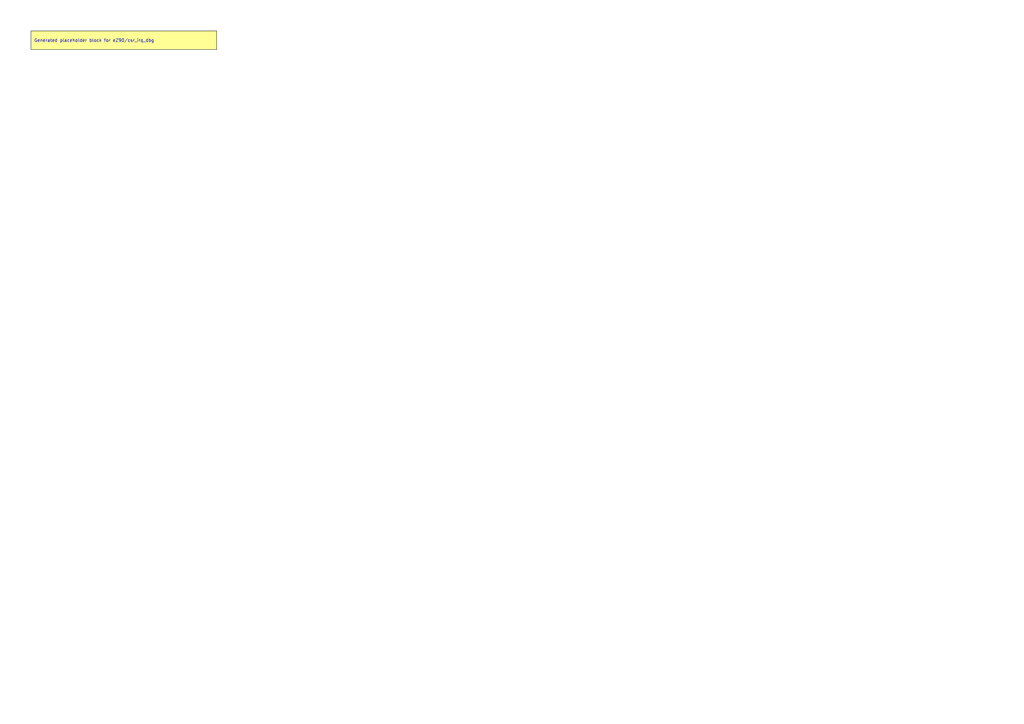
<source format=kicad_sch>
(kicad_sch
	(version 20250114)
	(generator "kicadgen")
	(generator_version "0.1")
	(uuid "eaa72bbb-db7f-5b84-95cb-8c22e2b2e535")
	(paper "A3")
	(title_block
		(title "eZ90::csr_irq_dbg")
		(company "Project Carbon")
		(comment 1 "Generated - do not edit in generated/")
		(comment 2 "Edit in schem/kicad9/manual/ or refine mapping specs")
	)
	(lib_symbols)
	(text_box
		"Generated placeholder block for eZ90/csr_irq_dbg"
		(exclude_from_sim no)
		(at
			12.7
			12.7
			0
		)
		(size 76.2 7.62)
		(margins
			1.27
			1.27
			1.27
			1.27
		)
		(stroke
			(width 0)
			(type default)
			(color
				0
				0
				0
				1
			)
		)
		(fill
			(type color)
			(color
				255
				255
				150
				1
			)
		)
		(effects
			(font
				(size 1.27 1.27)
			)
			(justify left)
		)
		(uuid "80b509f3-87cb-5f1f-a63f-0b98a6da9174")
	)
	(sheet_instances
		(path
			"/"
			(page "1")
		)
	)
	(embedded_fonts no)
)

</source>
